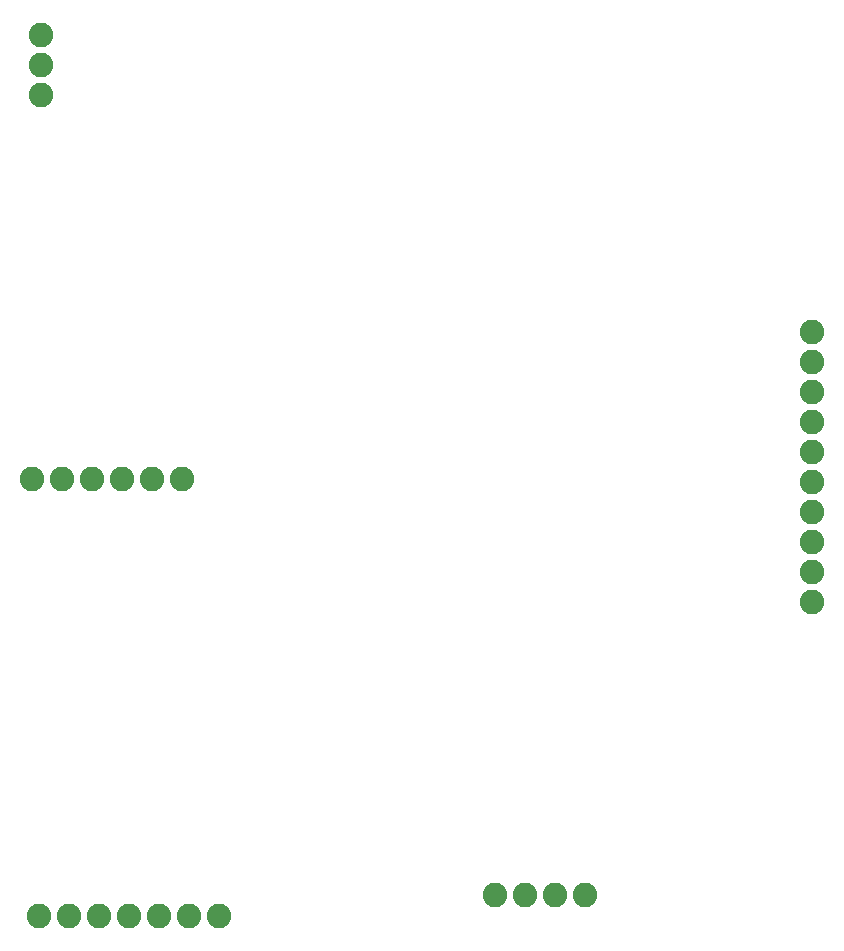
<source format=gbr>
G04 EAGLE Gerber RS-274X export*
G75*
%MOMM*%
%FSLAX34Y34*%
%LPD*%
%INSoldermask Top*%
%IPPOS*%
%AMOC8*
5,1,8,0,0,1.08239X$1,22.5*%
G01*
%ADD10C,2.082800*%


D10*
X551400Y102400D03*
X576800Y102400D03*
X602200Y102400D03*
X627600Y102400D03*
X166800Y830500D03*
X166800Y805100D03*
X166800Y779700D03*
X165200Y84300D03*
X190600Y84300D03*
X216000Y84300D03*
X241400Y84300D03*
X266800Y84300D03*
X292200Y84300D03*
X317600Y84300D03*
X159800Y454600D03*
X185200Y454600D03*
X210600Y454600D03*
X236000Y454600D03*
X261400Y454600D03*
X286800Y454600D03*
X820000Y350000D03*
X820000Y375400D03*
X820000Y400800D03*
X820000Y426200D03*
X820000Y451600D03*
X820000Y477000D03*
X820000Y502400D03*
X820000Y527800D03*
X820000Y553200D03*
X820000Y578600D03*
M02*

</source>
